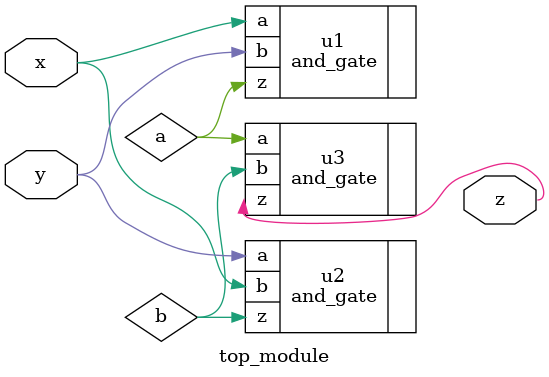
<source format=sv>
module top_module(
	input wire x,
	input wire y,
	output wire z);

    wire a, b;
    
    // First gate
    and_gate u1(.a(x), .b(y), .z(a));
    
    // Second gate
    and_gate u2(.a(y), .b(x), .z(b));
    
    // Third gate
    and_gate u3(.a(a), .b(b), .z(z));

endmodule

</source>
